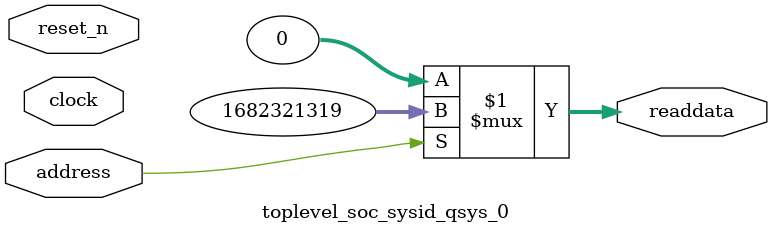
<source format=v>



// synthesis translate_off
`timescale 1ns / 1ps
// synthesis translate_on

// turn off superfluous verilog processor warnings 
// altera message_level Level1 
// altera message_off 10034 10035 10036 10037 10230 10240 10030 

module toplevel_soc_sysid_qsys_0 (
               // inputs:
                address,
                clock,
                reset_n,

               // outputs:
                readdata
             )
;

  output  [ 31: 0] readdata;
  input            address;
  input            clock;
  input            reset_n;

  wire    [ 31: 0] readdata;
  //control_slave, which is an e_avalon_slave
  assign readdata = address ? 1682321319 : 0;

endmodule



</source>
